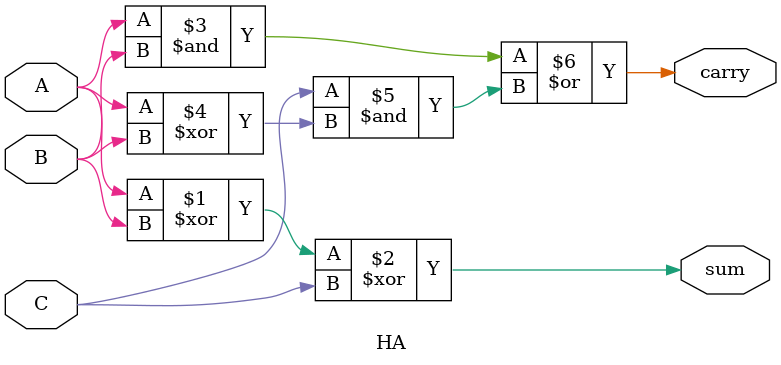
<source format=v>
module HA(output sum,carry,input A,B,C);
assign sum=A^B^C;
assign carry =(A&B)| (C&(A^B));
endmodule
</source>
